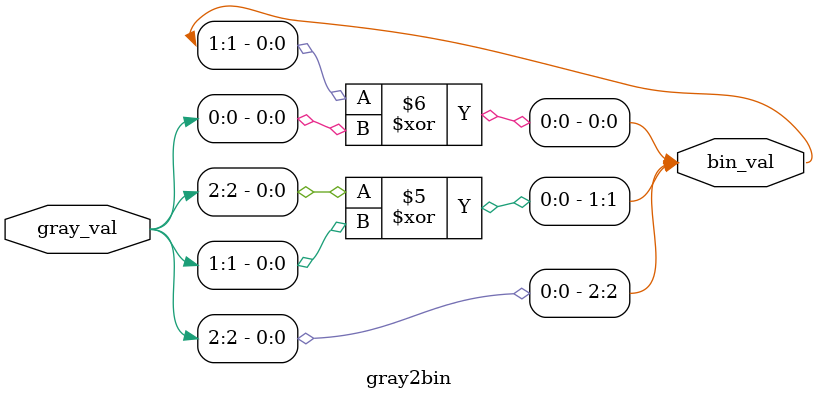
<source format=sv>
module gray2bin
#(
  parameter W = 3
)
(
  input logic [W - 1 : 0] gray_val,
  output logic [W - 1 : 0] bin_val
);

  always_comb begin
    bin_val[W - 1] = gray_val[W - 1];
    for (int i = W - 2; i >= 0; i--) begin
      bin_val[i] = bin_val[i + 1] ^ gray_val[i];
    end
  end
endmodule

</source>
